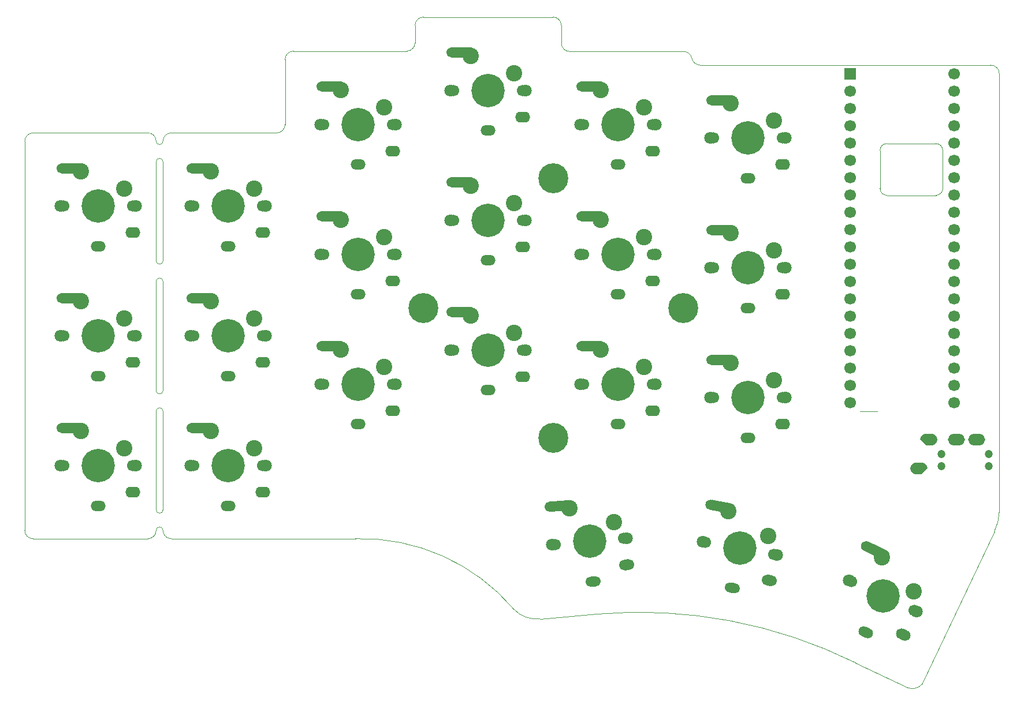
<source format=gts>
%TF.GenerationSoftware,KiCad,Pcbnew,7.0.5-0*%
%TF.CreationDate,2023-10-24T16:12:26-07:00*%
%TF.ProjectId,Cantor_MX,43616e74-6f72-45f4-9d58-2e6b69636164,rev1.6*%
%TF.SameCoordinates,PX78114e0PY44b6550*%
%TF.FileFunction,Soldermask,Top*%
%TF.FilePolarity,Negative*%
%FSLAX46Y46*%
G04 Gerber Fmt 4.6, Leading zero omitted, Abs format (unit mm)*
G04 Created by KiCad (PCBNEW 7.0.5-0) date 2023-10-24 16:12:26*
%MOMM*%
%LPD*%
G01*
G04 APERTURE LIST*
G04 Aperture macros list*
%AMHorizOval*
0 Thick line with rounded ends*
0 $1 width*
0 $2 $3 position (X,Y) of the first rounded end (center of the circle)*
0 $4 $5 position (X,Y) of the second rounded end (center of the circle)*
0 Add line between two ends*
20,1,$1,$2,$3,$4,$5,0*
0 Add two circle primitives to create the rounded ends*
1,1,$1,$2,$3*
1,1,$1,$4,$5*%
%AMFreePoly0*
4,1,28,-0.850000,0.400000,-0.842219,0.514750,-0.797860,0.693119,-0.716195,0.857783,-0.601041,1.001041,-0.457783,1.116195,-0.293119,1.197860,-0.114750,1.242219,0.000000,1.250000,0.850000,0.400000,0.850000,-0.400000,0.842219,-0.514750,0.797860,-0.693119,0.716195,-0.857783,0.601041,-1.001041,0.457783,-1.116195,0.293119,-1.197860,0.114750,-1.242219,0.000000,-1.250000,-0.114750,-1.242219,
-0.293119,-1.197860,-0.457783,-1.116195,-0.601041,-1.001041,-0.716195,-0.857783,-0.797860,-0.693119,-0.842219,-0.514750,-0.850000,-0.400000,-0.850000,0.400000,-0.850000,0.400000,$1*%
%AMFreePoly1*
4,1,28,-0.850000,0.400000,-0.842219,0.514750,-0.797860,0.693119,-0.716195,0.857783,-0.601041,1.001041,-0.457783,1.116195,-0.293119,1.197860,-0.114750,1.242219,0.000000,1.250000,0.114750,1.242219,0.293119,1.197860,0.457783,1.116195,0.601041,1.001041,0.716195,0.857783,0.797860,0.693119,0.842219,0.514750,0.850000,0.400000,0.850000,-0.400000,0.000000,-1.250000,-0.114750,-1.242219,
-0.293119,-1.197860,-0.457783,-1.116195,-0.601041,-1.001041,-0.716195,-0.857783,-0.797860,-0.693119,-0.842219,-0.514750,-0.850000,-0.400000,-0.850000,0.400000,-0.850000,0.400000,$1*%
G04 Aperture macros list end*
%ADD10C,0.120000*%
%ADD11C,1.800000*%
%ADD12C,1.700000*%
%ADD13C,4.900000*%
%ADD14C,2.400000*%
%ADD15O,2.200000X1.600000*%
%ADD16HorizOval,1.500000X1.449945X-0.012653X-1.449945X0.012653X0*%
%ADD17O,2.200000X1.500000*%
%ADD18HorizOval,1.600000X0.298858X0.026147X-0.298858X-0.026147X0*%
%ADD19HorizOval,1.500000X1.445530X0.113766X-1.445530X-0.113766X0*%
%ADD20HorizOval,1.500000X0.348668X0.030505X-0.348668X-0.030505X0*%
%ADD21C,1.200000*%
%ADD22FreePoly0,270.000000*%
%ADD23FreePoly1,270.000000*%
%ADD24O,2.500000X1.700000*%
%ADD25HorizOval,1.600000X0.271892X-0.126785X-0.271892X0.126785X0*%
%ADD26HorizOval,1.500000X1.308749X-0.624241X-1.308749X0.624241X0*%
%ADD27HorizOval,1.500000X0.317208X-0.147916X-0.317208X0.147916X0*%
%ADD28R,1.700000X1.700000*%
%ADD29C,4.400000*%
%ADD30HorizOval,1.600000X0.295442X-0.052094X-0.295442X0.052094X0*%
%ADD31HorizOval,1.500000X1.425720X-0.264242X-1.425720X0.264242X0*%
%ADD32HorizOval,1.500000X0.344683X-0.060777X-0.344683X0.060777X0*%
%TA.AperFunction,Profile*%
%ADD33C,0.100000*%
%TD*%
G04 APERTURE END LIST*
D10*
%TO.C,U1*%
X54525000Y-28080000D02*
X57065000Y-28080000D01*
%TD*%
D11*
%TO.C,K25*%
X32600000Y-26050000D03*
X32600000Y-26050000D03*
D12*
X33020000Y-26050000D03*
X33020000Y-26050000D03*
D13*
X38100000Y-26050000D03*
X38100000Y-26050000D03*
D12*
X43180000Y-26050000D03*
X43180000Y-26050000D03*
D11*
X43600000Y-26050000D03*
X43600000Y-26050000D03*
D14*
X41910000Y-23510000D03*
D15*
X43200000Y-29950000D03*
D16*
X34199958Y-20509599D03*
D14*
X35560000Y-20970000D03*
D17*
X38100000Y-31950000D03*
%TD*%
D11*
%TO.C,K24*%
X13550000Y-24050000D03*
X13550000Y-24050000D03*
D12*
X13970000Y-24050000D03*
X13970000Y-24050000D03*
D13*
X19050000Y-24050000D03*
X19050000Y-24050000D03*
D12*
X24130000Y-24050000D03*
X24130000Y-24050000D03*
D11*
X24550000Y-24050000D03*
X24550000Y-24050000D03*
D14*
X22860000Y-21510000D03*
D15*
X24150000Y-27950000D03*
D16*
X15149958Y-18509599D03*
D14*
X16510000Y-18970000D03*
D17*
X19050000Y-29950000D03*
%TD*%
D11*
%TO.C,K21*%
X-43600000Y-36050000D03*
X-43600000Y-36050000D03*
D12*
X-43180000Y-36050000D03*
X-43180000Y-36050000D03*
D13*
X-38100000Y-36050000D03*
X-38100000Y-36050000D03*
D12*
X-33020000Y-36050000D03*
X-33020000Y-36050000D03*
D11*
X-32600000Y-36050000D03*
X-32600000Y-36050000D03*
D14*
X-34290000Y-33510000D03*
D15*
X-33000000Y-39950000D03*
D16*
X-42000042Y-30509599D03*
D14*
X-40640000Y-30970000D03*
D17*
X-38100000Y-41950000D03*
%TD*%
D11*
%TO.C,K02*%
X-24550000Y14050000D03*
X-24550000Y14050000D03*
D12*
X-24130000Y14050000D03*
X-24130000Y14050000D03*
D13*
X-19050000Y14050000D03*
X-19050000Y14050000D03*
D12*
X-13970000Y14050000D03*
X-13970000Y14050000D03*
D11*
X-13550000Y14050000D03*
X-13550000Y14050000D03*
D14*
X-15240000Y16590000D03*
D15*
X-13950000Y10150000D03*
D16*
X-22950042Y19590401D03*
D14*
X-21590000Y19130000D03*
D17*
X-19050000Y8150000D03*
%TD*%
D11*
%TO.C,K10*%
X-62650000Y-17000000D03*
X-62650000Y-17000000D03*
D12*
X-62230000Y-17000000D03*
X-62230000Y-17000000D03*
D13*
X-57150000Y-17000000D03*
X-57150000Y-17000000D03*
D12*
X-52070000Y-17000000D03*
X-52070000Y-17000000D03*
D11*
X-51650000Y-17000000D03*
X-51650000Y-17000000D03*
D14*
X-53340000Y-14460000D03*
D15*
X-52050000Y-20900000D03*
D16*
X-61050042Y-11459599D03*
D14*
X-59690000Y-11920000D03*
D17*
X-57150000Y-22900000D03*
%TD*%
D11*
%TO.C,K04*%
X13550000Y14050000D03*
X13550000Y14050000D03*
D12*
X13970000Y14050000D03*
X13970000Y14050000D03*
D13*
X19050000Y14050000D03*
X19050000Y14050000D03*
D12*
X24130000Y14050000D03*
X24130000Y14050000D03*
D11*
X24550000Y14050000D03*
X24550000Y14050000D03*
D14*
X22860000Y16590000D03*
D15*
X24150000Y10150000D03*
D16*
X15149958Y19590401D03*
D14*
X16510000Y19130000D03*
D17*
X19050000Y8150000D03*
%TD*%
D11*
%TO.C,K12*%
X-24550000Y-5000000D03*
X-24550000Y-5000000D03*
D12*
X-24130000Y-5000000D03*
X-24130000Y-5000000D03*
D13*
X-19050000Y-5000000D03*
X-19050000Y-5000000D03*
D12*
X-13970000Y-5000000D03*
X-13970000Y-5000000D03*
D11*
X-13550000Y-5000000D03*
X-13550000Y-5000000D03*
D14*
X-15240000Y-2460000D03*
D15*
X-13950000Y-8900000D03*
D16*
X-22950042Y540401D03*
D14*
X-21590000Y80000D03*
D17*
X-19050000Y-10900000D03*
%TD*%
D11*
%TO.C,K30*%
X9420929Y-47629357D03*
X9420929Y-47629357D03*
D12*
X9839331Y-47592751D03*
X9839331Y-47592751D03*
D13*
X14900000Y-47150000D03*
X14900000Y-47150000D03*
D12*
X19960669Y-46707249D03*
X19960669Y-46707249D03*
D11*
X20379071Y-46670643D03*
X20379071Y-46670643D03*
D14*
X18474126Y-44287602D03*
D18*
X20320500Y-50590665D03*
D19*
X10531921Y-41970593D03*
D14*
X11926914Y-42310707D03*
D20*
X15414219Y-53027549D03*
%TD*%
D11*
%TO.C,K01*%
X-43600000Y2050000D03*
X-43600000Y2050000D03*
D12*
X-43180000Y2050000D03*
X-43180000Y2050000D03*
D13*
X-38100000Y2050000D03*
X-38100000Y2050000D03*
D12*
X-33020000Y2050000D03*
X-33020000Y2050000D03*
D11*
X-32600000Y2050000D03*
X-32600000Y2050000D03*
D14*
X-34290000Y4590000D03*
D15*
X-33000000Y-1850000D03*
D16*
X-42000042Y7590401D03*
D14*
X-40640000Y7130000D03*
D17*
X-38100000Y-3850000D03*
%TD*%
D11*
%TO.C,K14*%
X13550000Y-5000000D03*
X13550000Y-5000000D03*
D12*
X13970000Y-5000000D03*
X13970000Y-5000000D03*
D13*
X19050000Y-5000000D03*
X19050000Y-5000000D03*
D12*
X24130000Y-5000000D03*
X24130000Y-5000000D03*
D11*
X24550000Y-5000000D03*
X24550000Y-5000000D03*
D14*
X22860000Y-2460000D03*
D15*
X24150000Y-8900000D03*
D16*
X15149958Y540401D03*
D14*
X16510000Y80000D03*
D17*
X19050000Y-10900000D03*
%TD*%
D11*
%TO.C,K23*%
X-5500000Y-19050000D03*
X-5500000Y-19050000D03*
D12*
X-5080000Y-19050000D03*
X-5080000Y-19050000D03*
D13*
X0Y-19050000D03*
X0Y-19050000D03*
D12*
X5080000Y-19050000D03*
X5080000Y-19050000D03*
D11*
X5500000Y-19050000D03*
X5500000Y-19050000D03*
D14*
X3810000Y-16510000D03*
D15*
X5100000Y-22950000D03*
D16*
X-3900042Y-13509599D03*
D14*
X-2540000Y-13970000D03*
D17*
X0Y-24950000D03*
%TD*%
D11*
%TO.C,K03*%
X-5500000Y19050000D03*
X-5500000Y19050000D03*
D12*
X-5080000Y19050000D03*
X-5080000Y19050000D03*
D13*
X0Y19050000D03*
X0Y19050000D03*
D12*
X5080000Y19050000D03*
X5080000Y19050000D03*
D11*
X5500000Y19050000D03*
X5500000Y19050000D03*
D14*
X3810000Y21590000D03*
D15*
X5100000Y15150000D03*
D16*
X-3900042Y24590401D03*
D14*
X-2540000Y24130000D03*
D17*
X0Y13150000D03*
%TD*%
D11*
%TO.C,K22*%
X-24550000Y-24050000D03*
X-24550000Y-24050000D03*
D12*
X-24130000Y-24050000D03*
X-24130000Y-24050000D03*
D13*
X-19050000Y-24050000D03*
X-19050000Y-24050000D03*
D12*
X-13970000Y-24050000D03*
X-13970000Y-24050000D03*
D11*
X-13550000Y-24050000D03*
X-13550000Y-24050000D03*
D14*
X-15240000Y-21510000D03*
D15*
X-13950000Y-27950000D03*
D16*
X-22950042Y-18509599D03*
D14*
X-21590000Y-18970000D03*
D17*
X-19050000Y-29950000D03*
%TD*%
D21*
%TO.C,J1*%
X73460000Y-34320000D03*
X66460000Y-34320000D03*
X73460000Y-36070000D03*
X66460000Y-36070000D03*
D22*
X63160000Y-36420000D03*
D23*
X64660000Y-32220000D03*
D24*
X68660000Y-32220000D03*
X71660000Y-32220000D03*
%TD*%
D11*
%TO.C,K15*%
X32600000Y-7000000D03*
X32600000Y-7000000D03*
D12*
X33020000Y-7000000D03*
X33020000Y-7000000D03*
D13*
X38100000Y-7000000D03*
X38100000Y-7000000D03*
D12*
X43180000Y-7000000D03*
X43180000Y-7000000D03*
D11*
X43600000Y-7000000D03*
X43600000Y-7000000D03*
D14*
X41910000Y-4460000D03*
D15*
X43200000Y-10900000D03*
D16*
X34199958Y-1459599D03*
D14*
X35560000Y-1920000D03*
D17*
X38100000Y-12900000D03*
%TD*%
D11*
%TO.C,K32*%
X52915307Y-52825600D03*
X52915307Y-52825600D03*
D12*
X53295956Y-53003099D03*
X53295956Y-53003099D03*
D13*
X57900000Y-55150000D03*
X57900000Y-55150000D03*
D12*
X62504044Y-57296901D03*
X62504044Y-57296901D03*
D11*
X62884693Y-57474400D03*
X62884693Y-57474400D03*
D14*
X62426483Y-54458154D03*
D25*
X60873958Y-60839954D03*
D26*
X56706836Y-48480462D03*
D14*
X57744879Y-49472506D03*
D27*
X55406552Y-60497216D03*
%TD*%
D11*
%TO.C,K11*%
X-43600000Y-17000000D03*
X-43600000Y-17000000D03*
D12*
X-43180000Y-17000000D03*
X-43180000Y-17000000D03*
D13*
X-38100000Y-17000000D03*
X-38100000Y-17000000D03*
D12*
X-33020000Y-17000000D03*
X-33020000Y-17000000D03*
D11*
X-32600000Y-17000000D03*
X-32600000Y-17000000D03*
D14*
X-34290000Y-14460000D03*
D15*
X-33000000Y-20900000D03*
D16*
X-42000042Y-11459599D03*
D14*
X-40640000Y-11920000D03*
D17*
X-38100000Y-22900000D03*
%TD*%
D28*
%TO.C,U1*%
X53135000Y21430000D03*
D12*
X53135000Y18890000D03*
X53135000Y16350000D03*
X53135000Y13810000D03*
X53135000Y11270000D03*
X53135000Y8730000D03*
X53135000Y6190000D03*
X53135000Y3650000D03*
X53135000Y1110000D03*
X53135000Y-1430000D03*
X53135000Y-3970000D03*
X53135000Y-6510000D03*
X53135000Y-9050000D03*
X53135000Y-11590000D03*
X53135000Y-14130000D03*
X53135000Y-16670000D03*
X53135000Y-19210000D03*
X53135000Y-21750000D03*
X53135000Y-24290000D03*
X53135000Y-26830000D03*
X68375000Y-26830000D03*
X68375000Y-24290000D03*
X68375000Y-21750000D03*
X68375000Y-19210000D03*
X68375000Y-16670000D03*
X68375000Y-14130000D03*
X68375000Y-11590000D03*
X68375000Y-9050000D03*
X68375000Y-6510000D03*
X68375000Y-3970000D03*
X68375000Y-1430000D03*
X68375000Y1110000D03*
X68375000Y3650000D03*
X68375000Y6190000D03*
X68375000Y8730000D03*
X68375000Y11270000D03*
X68375000Y13810000D03*
X68375000Y16350000D03*
X68375000Y18890000D03*
X68375000Y21430000D03*
%TD*%
D11*
%TO.C,K05*%
X32600000Y12050000D03*
X32600000Y12050000D03*
D12*
X33020000Y12050000D03*
X33020000Y12050000D03*
D13*
X38100000Y12050000D03*
X38100000Y12050000D03*
D12*
X43180000Y12050000D03*
X43180000Y12050000D03*
D11*
X43600000Y12050000D03*
X43600000Y12050000D03*
D14*
X41910000Y14590000D03*
D15*
X43200000Y8150000D03*
D16*
X34199958Y17590401D03*
D14*
X35560000Y17130000D03*
D17*
X38100000Y6150000D03*
%TD*%
D11*
%TO.C,K20*%
X-62650000Y-36050000D03*
X-62650000Y-36050000D03*
D12*
X-62230000Y-36050000D03*
X-62230000Y-36050000D03*
D13*
X-57150000Y-36050000D03*
X-57150000Y-36050000D03*
D12*
X-52070000Y-36050000D03*
X-52070000Y-36050000D03*
D11*
X-51650000Y-36050000D03*
X-51650000Y-36050000D03*
D14*
X-53340000Y-33510000D03*
D15*
X-52050000Y-39950000D03*
D16*
X-61050042Y-30509599D03*
D14*
X-59690000Y-30970000D03*
D17*
X-57150000Y-41950000D03*
%TD*%
D11*
%TO.C,K13*%
X-5500000Y0D03*
X-5500000Y0D03*
D12*
X-5080000Y0D03*
X-5080000Y0D03*
D13*
X0Y0D03*
X0Y0D03*
D12*
X5080000Y0D03*
X5080000Y0D03*
D11*
X5500000Y0D03*
X5500000Y0D03*
D14*
X3810000Y2540000D03*
D15*
X5100000Y-3900000D03*
D16*
X-3900042Y5540401D03*
D14*
X-2540000Y5080000D03*
D17*
X0Y-5900000D03*
%TD*%
D11*
%TO.C,K00*%
X-62650000Y2050000D03*
X-62650000Y2050000D03*
D12*
X-62230000Y2050000D03*
X-62230000Y2050000D03*
D13*
X-57150000Y2050000D03*
X-57150000Y2050000D03*
D12*
X-52070000Y2050000D03*
X-52070000Y2050000D03*
D11*
X-51650000Y2050000D03*
X-51650000Y2050000D03*
D14*
X-53340000Y4590000D03*
D15*
X-52050000Y-1850000D03*
D16*
X-61050042Y7590401D03*
D14*
X-59690000Y7130000D03*
D17*
X-57150000Y-3850000D03*
%TD*%
D29*
%TO.C,REF\u002A\u002A*%
X-9480000Y-12910000D03*
X9570000Y6140000D03*
X9570000Y-31960000D03*
X28620000Y-12910000D03*
%TD*%
D11*
%TO.C,K31*%
X31483557Y-47194935D03*
X31483557Y-47194935D03*
D12*
X31897177Y-47267867D03*
X31897177Y-47267867D03*
D13*
X36900000Y-48150000D03*
X36900000Y-48150000D03*
D12*
X41902823Y-49032133D03*
X41902823Y-49032133D03*
D11*
X42316443Y-49105065D03*
X42316443Y-49105065D03*
D14*
X41093184Y-46310188D03*
D30*
X41245292Y-52876356D03*
D31*
X34021289Y-42016535D03*
D14*
X35280721Y-42706110D03*
D32*
X35875476Y-53960366D03*
%TD*%
D33*
X-48624955Y-8974517D02*
X-48625000Y-25025000D01*
X-11910000Y24806548D02*
G75*
G03*
X-10673448Y26043104I0J1236552D01*
G01*
X65685000Y3640000D02*
G75*
G03*
X66685000Y4640000I0J1000000D01*
G01*
X-47625000Y-25025000D02*
X-47624955Y-8974517D01*
X-46398448Y-46750000D02*
X-19400000Y-46750000D01*
X63630000Y-68110000D02*
X74248728Y-45663239D01*
X3789970Y-57090029D02*
G75*
G03*
X7610000Y-58539999I3440030J3305929D01*
G01*
X-48625000Y-28025000D02*
X-48625040Y-42523488D01*
X58485000Y11240000D02*
G75*
G03*
X57485000Y10240000I200J-1000200D01*
G01*
X57485000Y4640000D02*
X57485000Y10240000D01*
X29900001Y23770000D02*
G75*
G03*
X31110000Y22759999I1209999J219800D01*
G01*
X-47625000Y-28025000D02*
G75*
G03*
X-48125000Y-27525000I-500000J0D01*
G01*
X65685000Y3640000D02*
X58485000Y3640000D01*
X-46408363Y12807822D02*
X-30964374Y12807822D01*
X73670000Y22760000D02*
X31110000Y22760000D01*
X-10673448Y28570000D02*
X-10673448Y26043104D01*
X-9436896Y29806552D02*
X9530000Y29806552D01*
X-48125040Y-43023460D02*
G75*
G03*
X-47625040Y-42523488I40J499960D01*
G01*
X66677893Y10240000D02*
X66685000Y4640000D01*
X12003104Y24750000D02*
X28690000Y24750000D01*
X-48624915Y8581270D02*
X-48624955Y-5974517D01*
X-47624930Y8581270D02*
G75*
G03*
X-48124915Y9081270I-499970J30D01*
G01*
X74960028Y21510000D02*
G75*
G03*
X73670000Y22759999I-1241028J9900D01*
G01*
X-28480000Y24806552D02*
X-11910000Y24806552D01*
X74248732Y-45663241D02*
G75*
G03*
X74960000Y-42840000I-5725032J2943541D01*
G01*
X-48625017Y-5974517D02*
G75*
G03*
X-48124955Y-6474517I500117J117D01*
G01*
X-48625000Y-25025000D02*
G75*
G03*
X-48125000Y-25525000I500000J0D01*
G01*
X66677900Y10240000D02*
G75*
G03*
X65677893Y11240000I-1000000J0D01*
G01*
X-48125040Y-45023560D02*
G75*
G03*
X-48625040Y-45523488I-60J-499940D01*
G01*
X-47624939Y-45533448D02*
G75*
G03*
X-46398448Y-46749999I1216639J48D01*
G01*
X-49841592Y-46750100D02*
G75*
G03*
X-48625040Y-45523488I-108J1216700D01*
G01*
X-48624933Y11591230D02*
G75*
G03*
X-48124915Y11081270I500033J-9830D01*
G01*
X-47624917Y-8974517D02*
G75*
G03*
X-48124955Y-8474517I-500083J-83D01*
G01*
X-28480000Y24806527D02*
G75*
G03*
X-29730000Y23570000I-13400J-1236527D01*
G01*
X10766552Y28570000D02*
X10766552Y25980000D01*
X15940000Y-57820000D02*
X7610000Y-58540000D01*
X-47625040Y-42523488D02*
X-47625000Y-28025000D01*
X53910000Y-64960000D02*
X61613868Y-68641488D01*
X-67896540Y-45533448D02*
G75*
G03*
X-66670000Y-46750000I1216640J48D01*
G01*
X29900008Y23770002D02*
G75*
G03*
X28690000Y24750000I-1210008J-257002D01*
G01*
X-48124915Y9081215D02*
G75*
G03*
X-48624915Y8581270I-85J-499915D01*
G01*
X-66660000Y12806552D02*
G75*
G03*
X-67896552Y11570000I0J-1236552D01*
G01*
X-30964374Y12807822D02*
G75*
G03*
X-29727822Y14044374I-26J1236578D01*
G01*
X58485000Y11240000D02*
X65677893Y11240000D01*
X-66660000Y12806552D02*
X-49851507Y12807782D01*
X10766583Y25980000D02*
G75*
G03*
X12003104Y24750000I1230017J0D01*
G01*
X-48124915Y11081215D02*
G75*
G03*
X-47624915Y11581270I15J499985D01*
G01*
X-48124955Y-6474445D02*
G75*
G03*
X-47624955Y-5974517I-45J500045D01*
G01*
X-48624978Y11591230D02*
G75*
G03*
X-49851507Y12807782I-1216622J-30D01*
G01*
X-47624983Y-45533448D02*
G75*
G03*
X-48125040Y-45023488I-500117J9748D01*
G01*
X-9436896Y29806548D02*
G75*
G03*
X-10673448Y28570000I-4J-1236548D01*
G01*
X-48625088Y-42523488D02*
G75*
G03*
X-48125040Y-43023488I500088J88D01*
G01*
X-46408363Y12807855D02*
G75*
G03*
X-47624914Y11581270I63J-1216655D01*
G01*
X57485001Y4640000D02*
G75*
G03*
X58485000Y3640001I1009999J10000D01*
G01*
X-29730000Y23570000D02*
X-29727822Y14044374D01*
X3790002Y-57089998D02*
G75*
G03*
X-19400000Y-46750000I-22380702J-19019602D01*
G01*
X10766552Y28570000D02*
G75*
G03*
X9530000Y29806552I-1236552J0D01*
G01*
X-49841592Y-46750040D02*
X-66670000Y-46750000D01*
X-48125000Y-25525000D02*
G75*
G03*
X-47625000Y-25025000I0J500000D01*
G01*
X-48124955Y-8474545D02*
G75*
G03*
X-48624955Y-8974517I-45J-499955D01*
G01*
X-48125000Y-27525000D02*
G75*
G03*
X-48625000Y-28025000I0J-500000D01*
G01*
X-47624955Y-5974517D02*
X-47624915Y8581270D01*
X74960000Y-42840000D02*
X74960000Y21510000D01*
X61613883Y-68641447D02*
G75*
G03*
X63629999Y-68109999I623117J1726047D01*
G01*
X-67896552Y-45533448D02*
X-67896552Y11570000D01*
X53910001Y-64959998D02*
G75*
G03*
X15940000Y-57820000I-31697901J-64036302D01*
G01*
M02*

</source>
